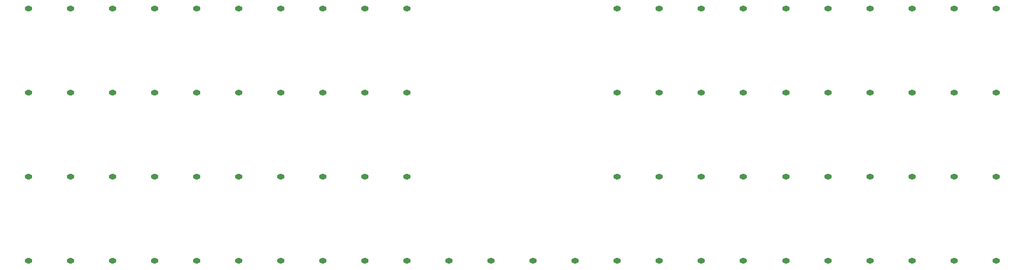
<source format=gbr>
%TF.GenerationSoftware,KiCad,Pcbnew,(6.0.4-0)*%
%TF.CreationDate,2023-10-08T14:18:06-05:00*%
%TF.ProjectId,buinchiez40,6275696e-6368-4696-957a-34302e6b6963,rev?*%
%TF.SameCoordinates,Original*%
%TF.FileFunction,Plated,1,2,PTH,Route*%
%TF.FilePolarity,Positive*%
%FSLAX46Y46*%
G04 Gerber Fmt 4.6, Leading zero omitted, Abs format (unit mm)*
G04 Created by KiCad (PCBNEW (6.0.4-0)) date 2023-10-08 14:18:06*
%MOMM*%
%LPD*%
G01*
G04 APERTURE LIST*
G04 aperture for slot hole*
%TA.AperFunction,ComponentDrill*%
%ADD10O,0.900000X0.600000*%
%TD*%
G04 APERTURE END LIST*
D10*
%TO.C,REF\u002A\u002A*%
X87500000Y-60000000D03*
X87500000Y-70000000D03*
X87500000Y-80000000D03*
X87500000Y-90000000D03*
X92500000Y-60000000D03*
X92500000Y-70000000D03*
X92500000Y-80000000D03*
X92500000Y-90000000D03*
X97500000Y-60000000D03*
X97500000Y-70000000D03*
X97500000Y-80000000D03*
X97500000Y-90000000D03*
X102500000Y-60000000D03*
X102500000Y-70000000D03*
X102500000Y-80000000D03*
X102500000Y-90000000D03*
X107500000Y-60000000D03*
X107500000Y-70000000D03*
X107500000Y-80000000D03*
X107500000Y-90000000D03*
X112500000Y-60000000D03*
X112500000Y-70000000D03*
X112500000Y-80000000D03*
X112500000Y-90000000D03*
X117500000Y-60000000D03*
X117500000Y-70000000D03*
X117500000Y-80000000D03*
X117500000Y-90000000D03*
X122500000Y-60000000D03*
X122500000Y-70000000D03*
X122500000Y-80000000D03*
X122500000Y-90000000D03*
X127500000Y-60000000D03*
X127500000Y-70000000D03*
X127500000Y-80000000D03*
X127500000Y-90000000D03*
X132500000Y-60000000D03*
X132500000Y-70000000D03*
X132500000Y-80000000D03*
X132500000Y-90000000D03*
X137500000Y-90000000D03*
X142500000Y-90000000D03*
X147500000Y-90000000D03*
X152500000Y-90000000D03*
X157500000Y-60000000D03*
X157500000Y-70000000D03*
X157500000Y-80000000D03*
X157500000Y-90000000D03*
X162500000Y-60000000D03*
X162500000Y-70000000D03*
X162500000Y-80000000D03*
X162500000Y-90000000D03*
X167500000Y-60000000D03*
X167500000Y-70000000D03*
X167500000Y-80000000D03*
X167500000Y-90000000D03*
X172500000Y-60000000D03*
X172500000Y-70000000D03*
X172500000Y-80000000D03*
X172500000Y-90000000D03*
X177500000Y-60000000D03*
X177500000Y-70000000D03*
X177500000Y-80000000D03*
X177500000Y-90000000D03*
X182500000Y-60000000D03*
X182500000Y-70000000D03*
X182500000Y-80000000D03*
X182500000Y-90000000D03*
X187500000Y-60000000D03*
X187500000Y-70000000D03*
X187500000Y-80000000D03*
X187500000Y-90000000D03*
X192500000Y-60000000D03*
X192500000Y-70000000D03*
X192500000Y-80000000D03*
X192500000Y-90000000D03*
X197500000Y-60000000D03*
X197500000Y-70000000D03*
X197500000Y-80000000D03*
X197500000Y-90000000D03*
X202500000Y-60000000D03*
X202500000Y-70000000D03*
X202500000Y-80000000D03*
X202500000Y-90000000D03*
M02*

</source>
